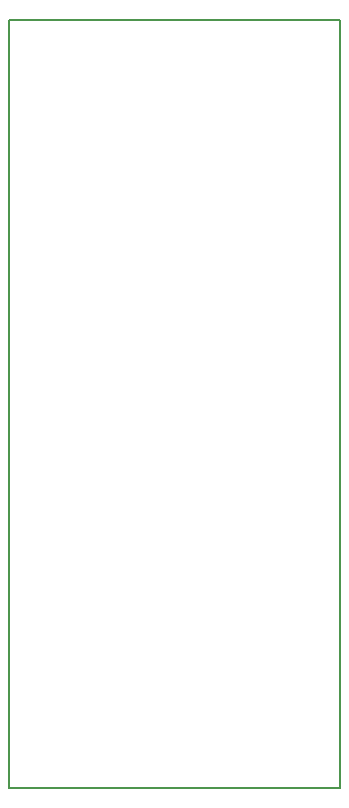
<source format=gbr>
G04 DipTrace 3.0.0.2*
G04 BoardOutline.gbr*
%MOMM*%
G04 #@! TF.FileFunction,Profile*
G04 #@! TF.Part,Single*
%ADD11C,0.152*%
%FSLAX35Y35*%
G04*
G71*
G90*
G75*
G01*
G04 BoardOutline*
%LPD*%
X0Y0D2*
D11*
X2800000D1*
Y6500000D1*
X0D1*
Y0D1*
M02*

</source>
